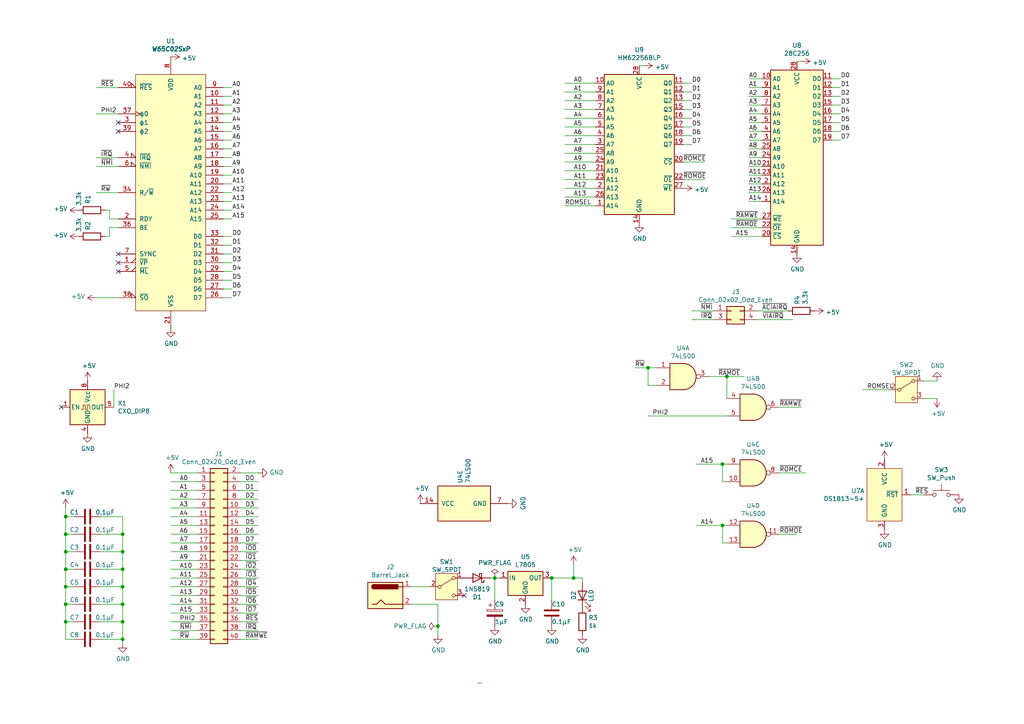
<source format=kicad_sch>
(kicad_sch (version 20230121) (generator eeschema)
  (paper "A4")
  (title_block (title "Minimal 6502 Computer Design") (date "2024-07-09") (rev "v0.1 "))
  (lib_symbols
    (symbol "6502-computer-rescue:CP-Device" (pin_numbers hide) (pin_names (offset 0.254))
      (property "Reference" "C" (at 0.635 2.54 0))
      (property "Value" "Device_CP" (at 0.635 -2.54 0))
      (symbol "CP-Device_1_1"
        (pin passive line (at 0 3.81 270) (length 2.794) (name "~") (number "1"))
        (pin passive line (at 0 -3.81 90) (length 2.794) (name "~") (number "2"))
      )
    )
    (symbol "65xx:W65C02SxP" (pin_names (offset 1.016))
      (property "Reference" "U" (at -10.16 35.56 0))
      (property "Value" "W65C02SxP" (at 0 0 90))
      (symbol "W65C02SxP_1_1"
        (pin output output_low (at -15.24 -20.32 0) (length 5.08) (name "~{VP}") (number "1"))
        (pin tri_state line (at 15.24 27.94 180) (length 5.08) (name "A1") (number "10"))
        (pin tri_state line (at 15.24 25.4 180) (length 5.08) (name "A2") (number "11"))
        (pin tri_state line (at 15.24 22.86 180) (length 5.08) (name "A3") (number "12"))
        (pin tri_state line (at 15.24 20.32 180) (length 5.08) (name "A4") (number "13"))
        (pin tri_state line (at 15.24 17.78 180) (length 5.08) (name "A5") (number "14"))
        (pin tri_state line (at 15.24 15.24 180) (length 5.08) (name "A6") (number "15"))
        (pin tri_state line (at 15.24 12.7 180) (length 5.08) (name "A7") (number "16"))
        (pin tri_state line (at 15.24 10.16 180) (length 5.08) (name "A8") (number "17"))
        (pin tri_state line (at 15.24 7.62 180) (length 5.08) (name "A9") (number "18"))
        (pin tri_state line (at 15.24 5.08 180) (length 5.08) (name "A10") (number "19"))
        (pin open_collector line (at -15.24 -7.62 0) (length 5.08) (name "RDY") (number "2"))
        (pin tri_state line (at 15.24 2.54 180) (length 5.08) (name "A11") (number "20"))
        (pin power_in line (at 0 -39.37 90) (length 5.08) (name "VSS") (number "21"))
        (pin tri_state line (at 15.24 0 180) (length 5.08) (name "A12") (number "22"))
        (pin tri_state line (at 15.24 -2.54 180) (length 5.08) (name "A13") (number "23"))
        (pin tri_state line (at 15.24 -5.08 180) (length 5.08) (name "A14") (number "24"))
        (pin tri_state line (at 15.24 -7.62 180) (length 5.08) (name "A15") (number "25"))
        (pin bidirectional line (at 15.24 -30.48 180) (length 5.08) (name "D7") (number "26"))
        (pin bidirectional line (at 15.24 -27.94 180) (length 5.08) (name "D6") (number "27"))
        (pin bidirectional line (at 15.24 -25.4 180) (length 5.08) (name "D5") (number "28"))
        (pin bidirectional line (at 15.24 -22.86 180) (length 5.08) (name "D4") (number "29"))
        (pin output line (at -15.24 20.32 0) (length 5.08) (name "ϕ1") (number "3"))
        (pin bidirectional line (at 15.24 -20.32 180) (length 5.08) (name "D3") (number "30"))
        (pin bidirectional line (at 15.24 -17.78 180) (length 5.08) (name "D2") (number "31"))
        (pin bidirectional line (at 15.24 -15.24 180) (length 5.08) (name "D1") (number "32"))
        (pin bidirectional line (at 15.24 -12.7 180) (length 5.08) (name "D0") (number "33"))
        (pin tri_state line (at -15.24 0 0) (length 5.08) (name "R/~{W}") (number "34"))
        (pin no_connect non_logic (at -10.16 -27.94 0) (length 2.54) hide (name "nc") (number "35"))
        (pin input line (at -15.24 -10.16 0) (length 5.08) (name "BE") (number "36"))
        (pin input clock (at -15.24 22.86 0) (length 5.08) (name "ϕ0") (number "37"))
        (pin input input_low (at -15.24 -30.48 0) (length 5.08) (name "~{SO}") (number "38"))
        (pin output line (at -15.24 17.78 0) (length 5.08) (name "ϕ2") (number "39"))
        (pin input input_low (at -15.24 10.16 0) (length 5.08) (name "~{IRQ}") (number "4"))
        (pin input input_low (at -15.24 30.48 0) (length 5.08) (name "~{RES}") (number "40"))
        (pin output output_low (at -15.24 -22.86 0) (length 5.08) (name "~{ML}") (number "5"))
        (pin input input_low (at -15.24 7.62 0) (length 5.08) (name "~{NMI}") (number "6"))
        (pin output line (at -15.24 -17.78 0) (length 5.08) (name "SYNC") (number "7"))
        (pin power_in line (at 0 39.37 270) (length 5.08) (name "VDD") (number "8"))
        (pin tri_state line (at 15.24 30.48 180) (length 5.08) (name "A0") (number "9"))
      )
    )
    (symbol "74xx:74LS00" (pin_names (offset 1.016))
      (property "Reference" "U" (at 0 1.27 0))
      (property "Value" "74LS00" (at 0 -1.27 0))
      (symbol "74LS00_1_1"
        (pin input line (at -7.62 2.54 0) (length 3.81) (name "~") (number "1"))
        (pin input line (at -7.62 -2.54 0) (length 3.81) (name "~") (number "2"))
        (pin output inverted (at 7.62 0 180) (length 3.81) (name "~") (number "3"))
      )
      (symbol "74LS00_1_2"
        (pin input inverted (at -7.62 2.54 0) (length 4.318) (name "~") (number "1"))
        (pin input inverted (at -7.62 -2.54 0) (length 4.318) (name "~") (number "2"))
        (pin output line (at 7.62 0 180) (length 3.81) (name "~") (number "3"))
      )
      (symbol "74LS00_2_1"
        (pin input line (at -7.62 2.54 0) (length 3.81) (name "~") (number "4"))
        (pin input line (at -7.62 -2.54 0) (length 3.81) (name "~") (number "5"))
        (pin output inverted (at 7.62 0 180) (length 3.81) (name "~") (number "6"))
      )
      (symbol "74LS00_2_2"
        (pin input inverted (at -7.62 2.54 0) (length 4.318) (name "~") (number "4"))
        (pin input inverted (at -7.62 -2.54 0) (length 4.318) (name "~") (number "5"))
        (pin output line (at 7.62 0 180) (length 3.81) (name "~") (number "6"))
      )
      (symbol "74LS00_3_1"
        (pin input line (at -7.62 -2.54 0) (length 3.81) (name "~") (number "10"))
        (pin output inverted (at 7.62 0 180) (length 3.81) (name "~") (number "8"))
        (pin input line (at -7.62 2.54 0) (length 3.81) (name "~") (number "9"))
      )
      (symbol "74LS00_3_2"
        (pin input inverted (at -7.62 -2.54 0) (length 4.318) (name "~") (number "10"))
        (pin output line (at 7.62 0 180) (length 3.81) (name "~") (number "8"))
        (pin input inverted (at -7.62 2.54 0) (length 4.318) (name "~") (number "9"))
      )
      (symbol "74LS00_4_1"
        (pin output inverted (at 7.62 0 180) (length 3.81) (name "~") (number "11"))
        (pin input line (at -7.62 2.54 0) (length 3.81) (name "~") (number "12"))
        (pin input line (at -7.62 -2.54 0) (length 3.81) (name "~") (number "13"))
      )
      (symbol "74LS00_4_2"
        (pin output line (at 7.62 0 180) (length 3.81) (name "~") (number "11"))
        (pin input inverted (at -7.62 2.54 0) (length 4.318) (name "~") (number "12"))
        (pin input inverted (at -7.62 -2.54 0) (length 4.318) (name "~") (number "13"))
      )
      (symbol "74LS00_5_0"
        (pin power_in line (at 0 12.7 270) (length 5.08) (name "VCC") (number "14"))
        (pin power_in line (at 0 -12.7 90) (length 5.08) (name "GND") (number "7"))
      )
    )
    (symbol "Connector:Barrel_Jack" (pin_names (offset 1.016))
      (property "Reference" "J" (at 0 5.334 0))
      (property "Value" "Barrel_Jack" (at 0 -5.08 0))
      (symbol "Barrel_Jack_1_1"
        (pin passive line (at 7.62 2.54 180) (length 2.54) (name "~") (number "1"))
        (pin passive line (at 7.62 -2.54 180) (length 2.54) (name "~") (number "2"))
      )
    )
    (symbol "Connector_Generic:Conn_02x02_Odd_Even" (pin_names (offset 1.016) hide)
      (property "Reference" "J" (at 1.27 2.54 0))
      (property "Value" "Conn_02x02_Odd_Even" (at 1.27 -5.08 0))
      (symbol "Conn_02x02_Odd_Even_1_1"
        (pin passive line (at -5.08 0 0) (length 3.81) (name "Pin_1") (number "1"))
        (pin passive line (at 7.62 0 180) (length 3.81) (name "Pin_2") (number "2"))
        (pin passive line (at -5.08 -2.54 0) (length 3.81) (name "Pin_3") (number "3"))
        (pin passive line (at 7.62 -2.54 180) (length 3.81) (name "Pin_4") (number "4"))
      )
    )
    (symbol "Connector_Generic:Conn_02x20_Odd_Even" (pin_names (offset 1.016) hide)
      (property "Reference" "J" (at 1.27 25.4 0))
      (property "Value" "Conn_02x20_Odd_Even" (at 1.27 -27.94 0))
      (symbol "Conn_02x20_Odd_Even_1_1"
        (pin passive line (at -5.08 22.86 0) (length 3.81) (name "Pin_1") (number "1"))
        (pin passive line (at 7.62 12.7 180) (length 3.81) (name "Pin_10") (number "10"))
        (pin passive line (at -5.08 10.16 0) (length 3.81) (name "Pin_11") (number "11"))
        (pin passive line (at 7.62 10.16 180) (length 3.81) (name "Pin_12") (number "12"))
        (pin passive line (at -5.08 7.62 0) (length 3.81) (name "Pin_13") (number "13"))
        (pin passive line (at 7.62 7.62 180) (length 3.81) (name "Pin_14") (number "14"))
        (pin passive line (at -5.08 5.08 0) (length 3.81) (name "Pin_15") (number "15"))
        (pin passive line (at 7.62 5.08 180) (length 3.81) (name "Pin_16") (number "16"))
        (pin passive line (at -5.08 2.54 0) (length 3.81) (name "Pin_17") (number "17"))
        (pin passive line (at 7.62 2.54 180) (length 3.81) (name "Pin_18") (number "18"))
        (pin passive line (at -5.08 0 0) (length 3.81) (name "Pin_19") (number "19"))
        (pin passive line (at 7.62 22.86 180) (length 3.81) (name "Pin_2") (number "2"))
        (pin passive line (at 7.62 0 180) (length 3.81) (name "Pin_20") (number "20"))
        (pin passive line (at -5.08 -2.54 0) (length 3.81) (name "Pin_21") (number "21"))
        (pin passive line (at 7.62 -2.54 180) (length 3.81) (name "Pin_22") (number "22"))
        (pin passive line (at -5.08 -5.08 0) (length 3.81) (name "Pin_23") (number "23"))
        (pin passive line (at 7.62 -5.08 180) (length 3.81) (name "Pin_24") (number "24"))
        (pin passive line (at -5.08 -7.62 0) (length 3.81) (name "Pin_25") (number "25"))
        (pin passive line (at 7.62 -7.62 180) (length 3.81) (name "Pin_26") (number "26"))
        (pin passive line (at -5.08 -10.16 0) (length 3.81) (name "Pin_27") (number "27"))
        (pin passive line (at 7.62 -10.16 180) (length 3.81) (name "Pin_28") (number "28"))
        (pin passive line (at -5.08 -12.7 0) (length 3.81) (name "Pin_29") (number "29"))
        (pin passive line (at -5.08 20.32 0) (length 3.81) (name "Pin_3") (number "3"))
        (pin passive line (at 7.62 -12.7 180) (length 3.81) (name "Pin_30") (number "30"))
        (pin passive line (at -5.08 -15.24 0) (length 3.81) (name "Pin_31") (number "31"))
        (pin passive line (at 7.62 -15.24 180) (length 3.81) (name "Pin_32") (number "32"))
        (pin passive line (at -5.08 -17.78 0) (length 3.81) (name "Pin_33") (number "33"))
        (pin passive line (at 7.62 -17.78 180) (length 3.81) (name "Pin_34") (number "34"))
        (pin passive line (at -5.08 -20.32 0) (length 3.81) (name "Pin_35") (number "35"))
        (pin passive line (at 7.62 -20.32 180) (length 3.81) (name "Pin_36") (number "36"))
        (pin passive line (at -5.08 -22.86 0) (length 3.81) (name "Pin_37") (number "37"))
        (pin passive line (at 7.62 -22.86 180) (length 3.81) (name "Pin_38") (number "38"))
        (pin passive line (at -5.08 -25.4 0) (length 3.81) (name "Pin_39") (number "39"))
        (pin passive line (at 7.62 20.32 180) (length 3.81) (name "Pin_4") (number "4"))
        (pin passive line (at 7.62 -25.4 180) (length 3.81) (name "Pin_40") (number "40"))
        (pin passive line (at -5.08 17.78 0) (length 3.81) (name "Pin_5") (number "5"))
        (pin passive line (at 7.62 17.78 180) (length 3.81) (name "Pin_6") (number "6"))
        (pin passive line (at -5.08 15.24 0) (length 3.81) (name "Pin_7") (number "7"))
        (pin passive line (at 7.62 15.24 180) (length 3.81) (name "Pin_8") (number "8"))
        (pin passive line (at -5.08 12.7 0) (length 3.81) (name "Pin_9") (number "9"))
      )
    )
    (symbol "Device:C" (pin_numbers hide) (pin_names (offset 0.254))
      (property "Reference" "C" (at 0.635 2.54 0))
      (property "Value" "C" (at 0.635 -2.54 0))
      (symbol "C_1_1"
        (pin passive line (at 0 3.81 270) (length 2.794) (name "~") (number "1"))
        (pin passive line (at 0 -3.81 90) (length 2.794) (name "~") (number "2"))
      )
    )
    (symbol "Device:LED" (pin_numbers hide) (pin_names (offset 1.016) hide)
      (property "Reference" "D" (at 0 2.54 0))
      (property "Value" "LED" (at 0 -2.54 0))
      (symbol "LED_1_1"
        (pin passive line (at -3.81 0 0) (length 2.54) (name "K") (number "1"))
        (pin passive line (at 3.81 0 180) (length 2.54) (name "A") (number "2"))
      )
    )
    (symbol "Device:R" (pin_numbers hide) (pin_names (offset 0))
      (property "Reference" "R" (at 2.032 0 90))
      (property "Value" "R" (at 0 0 90))
      (symbol "R_1_1"
        (pin passive line (at 0 3.81 270) (length 1.27) (name "~") (number "1"))
        (pin passive line (at 0 -3.81 90) (length 1.27) (name "~") (number "2"))
      )
    )
    (symbol "Diode:1N5819" (pin_numbers hide) (pin_names (offset 1.016) hide)
      (property "Reference" "D" (at 0 2.54 0))
      (property "Value" "1N5819" (at 0 -2.54 0))
      (symbol "1N5819_1_1"
        (pin passive line (at -3.81 0 0) (length 2.54) (name "K") (number "1"))
        (pin passive line (at 3.81 0 180) (length 2.54) (name "A") (number "2"))
      )
    )
    (symbol "Memory_EEPROM:28C256"
      (property "Reference" "U" (at -7.62 26.67 0))
      (property "Value" "28C256" (at 2.54 -26.67 0))
      (symbol "28C256_1_1"
        (pin input line (at -10.16 -12.7 0) (length 2.54) (name "A14") (number "1"))
        (pin input line (at -10.16 22.86 0) (length 2.54) (name "A0") (number "10"))
        (pin tri_state line (at 10.16 22.86 180) (length 2.54) (name "D0") (number "11"))
        (pin tri_state line (at 10.16 20.32 180) (length 2.54) (name "D1") (number "12"))
        (pin tri_state line (at 10.16 17.78 180) (length 2.54) (name "D2") (number "13"))
        (pin power_in line (at 0 -27.94 90) (length 2.54) (name "GND") (number "14"))
        (pin tri_state line (at 10.16 15.24 180) (length 2.54) (name "D3") (number "15"))
        (pin tri_state line (at 10.16 12.7 180) (length 2.54) (name "D4") (number "16"))
        (pin tri_state line (at 10.16 10.16 180) (length 2.54) (name "D5") (number "17"))
        (pin tri_state line (at 10.16 7.62 180) (length 2.54) (name "D6") (number "18"))
        (pin tri_state line (at 10.16 5.08 180) (length 2.54) (name "D7") (number "19"))
        (pin input line (at -10.16 -7.62 0) (length 2.54) (name "A12") (number "2"))
        (pin input line (at -10.16 -22.86 0) (length 2.54) (name "~{CS}") (number "20"))
        (pin input line (at -10.16 -2.54 0) (length 2.54) (name "A10") (number "21"))
        (pin input line (at -10.16 -20.32 0) (length 2.54) (name "~{OE}") (number "22"))
        (pin input line (at -10.16 -5.08 0) (length 2.54) (name "A11") (number "23"))
        (pin input line (at -10.16 0 0) (length 2.54) (name "A9") (number "24"))
        (pin input line (at -10.16 2.54 0) (length 2.54) (name "A8") (number "25"))
        (pin input line (at -10.16 -10.16 0) (length 2.54) (name "A13") (number "26"))
        (pin input line (at -10.16 -17.78 0) (length 2.54) (name "~{WE}") (number "27"))
        (pin power_in line (at 0 27.94 270) (length 2.54) (name "VCC") (number "28"))
        (pin input line (at -10.16 5.08 0) (length 2.54) (name "A7") (number "3"))
        (pin input line (at -10.16 7.62 0) (length 2.54) (name "A6") (number "4"))
        (pin input line (at -10.16 10.16 0) (length 2.54) (name "A5") (number "5"))
        (pin input line (at -10.16 12.7 0) (length 2.54) (name "A4") (number "6"))
        (pin input line (at -10.16 15.24 0) (length 2.54) (name "A3") (number "7"))
        (pin input line (at -10.16 17.78 0) (length 2.54) (name "A2") (number "8"))
        (pin input line (at -10.16 20.32 0) (length 2.54) (name "A1") (number "9"))
      )
    )
    (symbol "Memory_RAM:HM62256BLP"
      (property "Reference" "U" (at -10.16 20.955 0))
      (property "Value" "HM62256BLP" (at 2.54 20.955 0))
      (symbol "HM62256BLP_0_0"
        (pin power_in line (at 0 -22.86 90) (length 2.54) (name "GND") (number "14"))
        (pin power_in line (at 0 22.86 270) (length 2.54) (name "VCC") (number "28"))
      )
      (symbol "HM62256BLP_1_1"
        (pin input line (at -12.7 -17.78 0) (length 2.54) (name "A14") (number "1"))
        (pin input line (at -12.7 17.78 0) (length 2.54) (name "A0") (number "10"))
        (pin tri_state line (at 12.7 17.78 180) (length 2.54) (name "Q0") (number "11"))
        (pin tri_state line (at 12.7 15.24 180) (length 2.54) (name "Q1") (number "12"))
        (pin tri_state line (at 12.7 12.7 180) (length 2.54) (name "Q2") (number "13"))
        (pin tri_state line (at 12.7 10.16 180) (length 2.54) (name "Q3") (number "15"))
        (pin tri_state line (at 12.7 7.62 180) (length 2.54) (name "Q4") (number "16"))
        (pin tri_state line (at 12.7 5.08 180) (length 2.54) (name "Q5") (number "17"))
        (pin tri_state line (at 12.7 2.54 180) (length 2.54) (name "Q6") (number "18"))
        (pin tri_state line (at 12.7 0 180) (length 2.54) (name "Q7") (number "19"))
        (pin input line (at -12.7 -12.7 0) (length 2.54) (name "A12") (number "2"))
        (pin input line (at 12.7 -5.08 180) (length 2.54) (name "~{CS}") (number "20"))
        (pin input line (at -12.7 -7.62 0) (length 2.54) (name "A10") (number "21"))
        (pin input line (at 12.7 -10.16 180) (length 2.54) (name "~{OE}") (number "22"))
        (pin input line (at -12.7 -10.16 0) (length 2.54) (name "A11") (number "23"))
        (pin input line (at -12.7 -5.08 0) (length 2.54) (name "A9") (number "24"))
        (pin input line (at -12.7 -2.54 0) (length 2.54) (name "A8") (number "25"))
        (pin input line (at -12.7 -15.24 0) (length 2.54) (name "A13") (number "26"))
        (pin input line (at 12.7 -12.7 180) (length 2.54) (name "~{WE}") (number "27"))
        (pin input line (at -12.7 0 0) (length 2.54) (name "A7") (number "3"))
        (pin input line (at -12.7 2.54 0) (length 2.54) (name "A6") (number "4"))
        (pin input line (at -12.7 5.08 0) (length 2.54) (name "A5") (number "5"))
        (pin input line (at -12.7 7.62 0) (length 2.54) (name "A4") (number "6"))
        (pin input line (at -12.7 10.16 0) (length 2.54) (name "A3") (number "7"))
        (pin input line (at -12.7 12.7 0) (length 2.54) (name "A2") (number "8"))
        (pin input line (at -12.7 15.24 0) (length 2.54) (name "A1") (number "9"))
      )
    )
    (symbol "Oscillator:CXO_DIP8" (pin_names (offset 0.254))
      (property "Reference" "X" (at -5.08 6.35 0))
      (property "Value" "CXO_DIP8" (at 1.27 -6.35 0))
      (symbol "CXO_DIP8_1_1"
        (pin input line (at -7.62 0 0) (length 2.54) (name "EN") (number "1"))
        (pin power_in line (at 0 -7.62 90) (length 2.54) (name "GND") (number "4"))
        (pin output line (at 7.62 0 180) (length 2.54) (name "OUT") (number "5"))
        (pin power_in line (at 0 7.62 270) (length 2.54) (name "Vcc") (number "8"))
      )
    )
    (symbol "Regulator_Linear:L7805" (pin_names (offset 0.254))
      (property "Reference" "U" (at -3.81 3.175 0))
      (property "Value" "L7805" (at 0 3.175 0))
      (symbol "L7805_1_1"
        (pin power_in line (at -7.62 0 0) (length 2.54) (name "IN") (number "1"))
        (pin power_in line (at 0 -7.62 90) (length 2.54) (name "GND") (number "2"))
        (pin power_out line (at 7.62 0 180) (length 2.54) (name "OUT") (number "3"))
      )
    )
    (symbol "Switch:SW_Push" (pin_numbers hide) (pin_names (offset 1.016) hide)
      (property "Reference" "SW" (at 1.27 2.54 0))
      (property "Value" "SW_Push" (at 0 -1.524 0))
      (symbol "SW_Push_0_1"
        (pin passive line (at -5.08 0 0) (length 2.54) (name "1") (number "1"))
        (pin passive line (at 5.08 0 180) (length 2.54) (name "2") (number "2"))
      )
    )
    (symbol "Switch:SW_SPDT" (pin_names (offset 0) hide)
      (property "Reference" "SW" (at 0 5.08 0))
      (property "Value" "SW_SPDT" (at 0 -5.08 0))
      (symbol "SW_SPDT_1_1"
        (pin passive line (at 5.08 2.54 180) (length 2.54) (name "A") (number "1"))
        (pin passive line (at -5.08 0 0) (length 2.54) (name "B") (number "2"))
        (pin passive line (at 5.08 -2.54 180) (length 2.54) (name "C") (number "3"))
      )
    )
    (symbol "power:+5V" (power) (pin_names (offset 0))
      (property "Value" "+5V" (at 0 3.556 0))
      (symbol "+5V_1_1"
        (pin power_in line (at 0 0 90) (length 0) hide (name "+5V") (number "1"))
      )
    )
    (symbol "power:GND" (power) (pin_names (offset 0))
      (property "Value" "GND" (at 0 -3.81 0))
      (symbol "GND_1_1"
        (pin power_in line (at 0 0 270) (length 0) hide (name "GND") (number "1"))
      )
    )
    (symbol "power:PWR_FLAG" (power) (pin_numbers hide) (pin_names (offset 0) hide)
      (property "Value" "PWR_FLAG" (at 0 3.81 0))
      (symbol "PWR_FLAG_0_0"
        (pin power_out line (at 0 0 90) (length 0) (name "pwr") (number "1"))
      )
    )
    (symbol "project:DS1813-5+" (pin_names (offset 1.016))
      (property "Reference" "U" (at 0 2.54 0))
      (property "Value" "DS1813-5+" (at 0 0 0))
      (symbol "DS1813-5+_1_1"
        (pin bidirectional line (at 7.62 -15.24 180) (length 2.54) (name "~{RST}") (number "1"))
        (pin power_in line (at 0 -5.08 270) (length 2.54) (name "VCC") (number "2"))
        (pin power_in line (at 0 -25.4 90) (length 2.54) (name "GND") (number "3"))
      )
      (symbol "DS1813-5+_2_1"
        (pin bidirectional line (at 7.62 -15.24 0) (length 2.54) (name "~{RST}") (number "1-UB"))
        (pin unspecified line (at 0 -25.4 0) (length 2.54) (name "GND") (number "~{-UB}"))
        (pin power_in line (at 0 -5.08 0) (length 2.54) (name "VCC") (number "~{-UB}"))
      )
      (symbol "DS1813-5+_3_1"
        (pin bidirectional line (at 7.62 -15.24 0) (length 2.54) (name "~{RST}") (number "1-UC"))
        (pin unspecified line (at 0 -25.4 0) (length 2.54) (name "GND") (number "~{-UC}"))
        (pin power_in line (at 0 -5.08 0) (length 2.54) (name "VCC") (number "~{-UC}"))
      )
    )
  )
  (junction (at 35.56 170.18))
  (junction (at 19.05 149.86))
  (junction (at 19.05 154.94))
  (junction (at 143.51 167.64))
  (junction (at 209.55 152.4))
  (junction (at 209.55 134.62))
  (junction (at 35.56 160.02))
  (junction (at 210.82 109.22))
  (junction (at 35.56 175.26))
  (junction (at 35.56 185.42))
  (junction (at 35.56 180.34))
  (junction (at 19.05 180.34))
  (junction (at 35.56 165.1))
  (junction (at 187.96 106.68))
  (junction (at 19.05 175.26))
  (junction (at 35.56 154.94))
  (junction (at 127 181.61))
  (junction (at 19.05 165.1))
  (junction (at 166.37 167.64))
  (junction (at 19.05 160.02))
  (junction (at 160.02 167.64))
  (junction (at 19.05 170.18))
  (no_connect (at 34.29 76.2))
  (no_connect (at 34.29 38.1))
  (no_connect (at 134.62 172.72))
  (no_connect (at 34.29 35.56))
  (no_connect (at 17.78 118.11))
  (no_connect (at 34.29 78.74))
  (no_connect (at 34.29 73.66))
  (wire (pts (xy 49.53 185.42) (xy 57.15 185.42)))
  (wire (pts (xy 69.85 152.4) (xy 74.93 152.4)))
  (wire (pts (xy 64.77 86.36) (xy 67.31 86.36)))
  (wire (pts (xy 35.56 170.18) (xy 35.56 175.26)))
  (wire (pts (xy 241.3 27.94) (xy 243.84 27.94)))
  (wire (pts (xy 35.56 154.94) (xy 35.56 160.02)))
  (wire (pts (xy 267.97 115.57) (xy 271.78 115.57)))
  (wire (pts (xy 19.05 154.94) (xy 21.59 154.94)))
  (wire (pts (xy 127 175.26) (xy 127 181.61)))
  (wire (pts (xy 160.02 167.64) (xy 166.37 167.64)))
  (wire (pts (xy 64.77 68.58) (xy 67.31 68.58)))
  (wire (pts (xy 163.83 24.13) (xy 172.72 24.13)))
  (wire (pts (xy 64.77 33.02) (xy 67.31 33.02)))
  (wire (pts (xy 69.85 142.24) (xy 74.93 142.24)))
  (wire (pts (xy 241.3 25.4) (xy 243.84 25.4)))
  (wire (pts (xy 163.83 41.91) (xy 172.72 41.91)))
  (wire (pts (xy 69.85 172.72) (xy 74.93 172.72)))
  (wire (pts (xy 205.74 109.22) (xy 210.82 109.22)))
  (wire (pts (xy 19.05 170.18) (xy 19.05 175.26)))
  (wire (pts (xy 201.93 134.62) (xy 209.55 134.62)))
  (wire (pts (xy 241.3 30.48) (xy 243.84 30.48)))
  (wire (pts (xy 49.53 167.64) (xy 57.15 167.64)))
  (wire (pts (xy 198.12 26.67) (xy 200.66 26.67)))
  (wire (pts (xy 19.05 147.32) (xy 19.05 149.86)))
  (wire (pts (xy 200.66 92.71) (xy 207.01 92.71)))
  (wire (pts (xy 49.53 182.88) (xy 57.15 182.88)))
  (wire (pts (xy 163.83 29.21) (xy 172.72 29.21)))
  (wire (pts (xy 49.53 154.94) (xy 57.15 154.94)))
  (wire (pts (xy 69.85 177.8) (xy 74.93 177.8)))
  (wire (pts (xy 217.17 22.86) (xy 220.98 22.86)))
  (wire (pts (xy 119.38 175.26) (xy 127 175.26)))
  (wire (pts (xy 186.69 19.05) (xy 185.42 19.05)))
  (wire (pts (xy 198.12 36.83) (xy 200.66 36.83)))
  (wire (pts (xy 143.51 167.64) (xy 144.78 167.64)))
  (wire (pts (xy 19.05 175.26) (xy 21.59 175.26)))
  (wire (pts (xy 226.06 137.16) (xy 233.68 137.16)))
  (wire (pts (xy 64.77 71.12) (xy 67.31 71.12)))
  (wire (pts (xy 19.05 175.26) (xy 19.05 180.34)))
  (wire (pts (xy 29.21 170.18) (xy 35.56 170.18)))
  (wire (pts (xy 49.53 177.8) (xy 57.15 177.8)))
  (wire (pts (xy 64.77 53.34) (xy 67.31 53.34)))
  (wire (pts (xy 267.97 110.49) (xy 271.78 110.49)))
  (wire (pts (xy 200.66 90.17) (xy 207.01 90.17)))
  (wire (pts (xy 35.56 160.02) (xy 35.56 165.1)))
  (wire (pts (xy 49.53 162.56) (xy 57.15 162.56)))
  (wire (pts (xy 30.48 60.96) (xy 31.75 60.96)))
  (wire (pts (xy 19.05 165.1) (xy 21.59 165.1)))
  (wire (pts (xy 163.83 39.37) (xy 172.72 39.37)))
  (wire (pts (xy 19.05 154.94) (xy 19.05 160.02)))
  (wire (pts (xy 198.12 46.99) (xy 204.47 46.99)))
  (wire (pts (xy 27.94 45.72) (xy 34.29 45.72)))
  (wire (pts (xy 64.77 45.72) (xy 67.31 45.72)))
  (wire (pts (xy 209.55 139.7) (xy 210.82 139.7)))
  (wire (pts (xy 29.21 149.86) (xy 35.56 149.86)))
  (wire (pts (xy 30.48 68.58) (xy 31.75 68.58)))
  (wire (pts (xy 19.05 165.1) (xy 19.05 170.18)))
  (wire (pts (xy 64.77 60.96) (xy 67.31 60.96)))
  (wire (pts (xy 226.06 118.11) (xy 232.41 118.11)))
  (wire (pts (xy 69.85 165.1) (xy 74.93 165.1)))
  (wire (pts (xy 35.56 175.26) (xy 35.56 180.34)))
  (wire (pts (xy 69.85 162.56) (xy 74.93 162.56)))
  (wire (pts (xy 29.21 165.1) (xy 35.56 165.1)))
  (wire (pts (xy 217.17 35.56) (xy 220.98 35.56)))
  (wire (pts (xy 49.53 142.24) (xy 57.15 142.24)))
  (wire (pts (xy 49.53 172.72) (xy 57.15 172.72)))
  (wire (pts (xy 69.85 175.26) (xy 74.93 175.26)))
  (wire (pts (xy 49.53 147.32) (xy 57.15 147.32)))
  (wire (pts (xy 209.55 134.62) (xy 210.82 134.62)))
  (wire (pts (xy 217.17 45.72) (xy 220.98 45.72)))
  (wire (pts (xy 217.17 53.34) (xy 220.98 53.34)))
  (wire (pts (xy 69.85 180.34) (xy 74.93 180.34)))
  (wire (pts (xy 19.05 160.02) (xy 19.05 165.1)))
  (wire (pts (xy 64.77 30.48) (xy 67.31 30.48)))
  (wire (pts (xy 64.77 76.2) (xy 67.31 76.2)))
  (wire (pts (xy 190.5 111.76) (xy 187.96 111.76)))
  (wire (pts (xy 212.09 68.58) (xy 220.98 68.58)))
  (wire (pts (xy 166.37 167.64) (xy 166.37 163.83)))
  (wire (pts (xy 217.17 27.94) (xy 220.98 27.94)))
  (wire (pts (xy 35.56 165.1) (xy 35.56 170.18)))
  (wire (pts (xy 163.83 52.07) (xy 172.72 52.07)))
  (wire (pts (xy 64.77 55.88) (xy 67.31 55.88)))
  (wire (pts (xy 69.85 149.86) (xy 74.93 149.86)))
  (wire (pts (xy 198.12 24.13) (xy 200.66 24.13)))
  (wire (pts (xy 241.3 40.64) (xy 243.84 40.64)))
  (wire (pts (xy 166.37 167.64) (xy 168.91 167.64)))
  (wire (pts (xy 209.55 157.48) (xy 210.82 157.48)))
  (wire (pts (xy 209.55 134.62) (xy 209.55 139.7)))
  (wire (pts (xy 163.83 54.61) (xy 172.72 54.61)))
  (wire (pts (xy 69.85 157.48) (xy 74.93 157.48)))
  (wire (pts (xy 34.29 63.5) (xy 31.75 63.5)))
  (wire (pts (xy 187.96 111.76) (xy 187.96 106.68)))
  (wire (pts (xy 49.53 165.1) (xy 57.15 165.1)))
  (wire (pts (xy 210.82 120.65) (xy 187.96 120.65)))
  (wire (pts (xy 217.17 50.8) (xy 220.98 50.8)))
  (wire (pts (xy 198.12 52.07) (xy 204.47 52.07)))
  (wire (pts (xy 64.77 58.42) (xy 67.31 58.42)))
  (wire (pts (xy 69.85 139.7) (xy 74.93 139.7)))
  (wire (pts (xy 29.21 175.26) (xy 35.56 175.26)))
  (wire (pts (xy 35.56 180.34) (xy 35.56 185.42)))
  (wire (pts (xy 212.09 63.5) (xy 220.98 63.5)))
  (wire (pts (xy 64.77 25.4) (xy 67.31 25.4)))
  (wire (pts (xy 210.82 109.22) (xy 215.9 109.22)))
  (wire (pts (xy 212.09 66.04) (xy 220.98 66.04)))
  (wire (pts (xy 33.02 118.11) (xy 33.02 113.03)))
  (wire (pts (xy 64.77 81.28) (xy 67.31 81.28)))
  (wire (pts (xy 119.38 170.18) (xy 124.46 170.18)))
  (wire (pts (xy 27.94 25.4) (xy 34.29 25.4)))
  (wire (pts (xy 168.91 167.64) (xy 168.91 168.91)))
  (wire (pts (xy 217.17 48.26) (xy 220.98 48.26)))
  (wire (pts (xy 127 181.61) (xy 127 184.15)))
  (wire (pts (xy 49.53 144.78) (xy 57.15 144.78)))
  (wire (pts (xy 29.21 154.94) (xy 35.56 154.94)))
  (wire (pts (xy 69.85 144.78) (xy 74.93 144.78)))
  (wire (pts (xy 210.82 109.22) (xy 210.82 115.57)))
  (wire (pts (xy 198.12 39.37) (xy 200.66 39.37)))
  (wire (pts (xy 217.17 58.42) (xy 220.98 58.42)))
  (wire (pts (xy 64.77 40.64) (xy 67.31 40.64)))
  (wire (pts (xy 264.16 143.51) (xy 267.97 143.51)))
  (wire (pts (xy 217.17 43.18) (xy 220.98 43.18)))
  (wire (pts (xy 69.85 154.94) (xy 74.93 154.94)))
  (wire (pts (xy 163.83 26.67) (xy 172.72 26.67)))
  (wire (pts (xy 64.77 78.74) (xy 67.31 78.74)))
  (wire (pts (xy 198.12 34.29) (xy 200.66 34.29)))
  (wire (pts (xy 163.83 34.29) (xy 172.72 34.29)))
  (wire (pts (xy 198.12 29.21) (xy 200.66 29.21)))
  (wire (pts (xy 64.77 27.94) (xy 67.31 27.94)))
  (wire (pts (xy 142.24 167.64) (xy 143.51 167.64)))
  (wire (pts (xy 64.77 43.18) (xy 67.31 43.18)))
  (wire (pts (xy 69.85 147.32) (xy 74.93 147.32)))
  (wire (pts (xy 198.12 31.75) (xy 200.66 31.75)))
  (wire (pts (xy 163.83 31.75) (xy 172.72 31.75)))
  (wire (pts (xy 29.21 160.02) (xy 35.56 160.02)))
  (wire (pts (xy 49.53 170.18) (xy 57.15 170.18)))
  (wire (pts (xy 241.3 35.56) (xy 243.84 35.56)))
  (wire (pts (xy 241.3 38.1) (xy 243.84 38.1)))
  (wire (pts (xy 190.5 106.68) (xy 187.96 106.68)))
  (wire (pts (xy 19.05 149.86) (xy 19.05 154.94)))
  (wire (pts (xy 64.77 83.82) (xy 67.31 83.82)))
  (wire (pts (xy 27.94 86.36) (xy 34.29 86.36)))
  (wire (pts (xy 64.77 38.1) (xy 67.31 38.1)))
  (wire (pts (xy 163.83 46.99) (xy 172.72 46.99)))
  (wire (pts (xy 64.77 63.5) (xy 67.31 63.5)))
  (wire (pts (xy 201.93 152.4) (xy 209.55 152.4)))
  (wire (pts (xy 226.06 154.94) (xy 231.14 154.94)))
  (wire (pts (xy 69.85 137.16) (xy 74.93 137.16)))
  (wire (pts (xy 217.17 38.1) (xy 220.98 38.1)))
  (wire (pts (xy 49.53 157.48) (xy 57.15 157.48)))
  (wire (pts (xy 29.21 185.42) (xy 35.56 185.42)))
  (wire (pts (xy 49.53 139.7) (xy 57.15 139.7)))
  (wire (pts (xy 241.3 22.86) (xy 243.84 22.86)))
  (wire (pts (xy 69.85 160.02) (xy 74.93 160.02)))
  (wire (pts (xy 49.53 160.02) (xy 57.15 160.02)))
  (wire (pts (xy 31.75 60.96) (xy 31.75 63.5)))
  (wire (pts (xy 209.55 152.4) (xy 209.55 157.48)))
  (wire (pts (xy 69.85 182.88) (xy 74.93 182.88)))
  (wire (pts (xy 49.53 180.34) (xy 57.15 180.34)))
  (wire (pts (xy 163.83 44.45) (xy 172.72 44.45)))
  (wire (pts (xy 219.71 92.71) (xy 229.87 92.71)))
  (wire (pts (xy 217.17 40.64) (xy 220.98 40.64)))
  (wire (pts (xy 19.05 185.42) (xy 21.59 185.42)))
  (wire (pts (xy 27.94 48.26) (xy 34.29 48.26)))
  (wire (pts (xy 19.05 180.34) (xy 19.05 185.42)))
  (wire (pts (xy 34.29 66.04) (xy 31.75 66.04)))
  (wire (pts (xy 19.05 160.02) (xy 21.59 160.02)))
  (wire (pts (xy 27.94 33.02) (xy 34.29 33.02)))
  (wire (pts (xy 29.21 180.34) (xy 35.56 180.34)))
  (wire (pts (xy 198.12 41.91) (xy 200.66 41.91)))
  (wire (pts (xy 49.53 149.86) (xy 57.15 149.86)))
  (wire (pts (xy 187.96 106.68) (xy 184.15 106.68)))
  (wire (pts (xy 35.56 185.42) (xy 35.56 186.69)))
  (wire (pts (xy 217.17 55.88) (xy 220.98 55.88)))
  (wire (pts (xy 19.05 170.18) (xy 21.59 170.18)))
  (wire (pts (xy 163.83 57.15) (xy 172.72 57.15)))
  (wire (pts (xy 31.75 68.58) (xy 31.75 66.04)))
  (wire (pts (xy 19.05 149.86) (xy 21.59 149.86)))
  (wire (pts (xy 34.29 55.88) (xy 27.94 55.88)))
  (wire (pts (xy 35.56 149.86) (xy 35.56 154.94)))
  (wire (pts (xy 160.02 167.64) (xy 160.02 173.99)))
  (wire (pts (xy 49.53 137.16) (xy 57.15 137.16)))
  (wire (pts (xy 69.85 167.64) (xy 74.93 167.64)))
  (wire (pts (xy 69.85 185.42) (xy 74.93 185.42)))
  (wire (pts (xy 209.55 152.4) (xy 210.82 152.4)))
  (wire (pts (xy 217.17 25.4) (xy 220.98 25.4)))
  (wire (pts (xy 64.77 73.66) (xy 67.31 73.66)))
  (wire (pts (xy 69.85 170.18) (xy 74.93 170.18)))
  (wire (pts (xy 217.17 30.48) (xy 220.98 30.48)))
  (wire (pts (xy 241.3 33.02) (xy 243.84 33.02)))
  (wire (pts (xy 257.81 113.03) (xy 250.19 113.03)))
  (wire (pts (xy 163.83 59.69) (xy 172.72 59.69)))
  (wire (pts (xy 64.77 50.8) (xy 67.31 50.8)))
  (wire (pts (xy 19.05 180.34) (xy 21.59 180.34)))
  (wire (pts (xy 64.77 35.56) (xy 67.31 35.56)))
  (wire (pts (xy 219.71 90.17) (xy 228.6 90.17)))
  (wire (pts (xy 49.53 152.4) (xy 57.15 152.4)))
  (wire (pts (xy 232.41 17.78) (xy 231.14 17.78)))
  (wire (pts (xy 143.51 167.64) (xy 143.51 173.99)))
  (wire (pts (xy 163.83 36.83) (xy 172.72 36.83)))
  (wire (pts (xy 163.83 49.53) (xy 172.72 49.53)))
  (wire (pts (xy 49.53 175.26) (xy 57.15 175.26)))
  (wire (pts (xy 217.17 33.02) (xy 220.98 33.02)))
  (wire (pts (xy 138.43 198.12) (xy 139.7 198.12)))
  (wire (pts (xy 64.77 48.26) (xy 67.31 48.26)))
  (label "A10" (at 52.07 165.1 0))
  (label "A6" (at 67.31 40.64 0))
  (label "A7" (at 52.07 157.48 0))
  (label "~{RW}" (at 52.07 185.42 0))
  (label "A1" (at 52.07 142.24 0))
  (label "D7" (at 243.84 40.64 0))
  (label "A3" (at 166.37 31.75 0))
  (label "~{RAMOE}" (at 208.28 109.22 0))
  (label "~{RAMWE}" (at 226.06 118.11 0))
  (label "D1" (at 71.12 142.24 0))
  (label "A4" (at 67.31 35.56 0))
  (label "ROMSEL" (at 251.46 113.03 0))
  (label "~{RW}" (at 29.21 55.88 0))
  (label "D2" (at 200.66 29.21 0))
  (label "~{ROMCE}" (at 198.12 46.99 0))
  (label "A9" (at 67.31 48.26 0))
  (label "ROMSEL" (at 163.83 59.69 0))
  (label "A14" (at 52.07 175.26 0))
  (label "~{ROMOE}" (at 198.12 52.07 0))
  (label "A3" (at 52.07 147.32 0))
  (label "D3" (at 67.31 76.2 0))
  (label "D7" (at 200.66 41.91 0))
  (label "~{RES}" (at 29.21 25.4 0))
  (label "D3" (at 71.12 147.32 0))
  (label "A11" (at 217.17 50.8 0))
  (label "D6" (at 200.66 39.37 0))
  (label "~{IO4}" (at 71.12 170.18 0))
  (label "A8" (at 52.07 160.02 0))
  (label "PHI2" (at 33.02 113.03 0))
  (label "D5" (at 200.66 36.83 0))
  (label "A7" (at 67.31 43.18 0))
  (label "D5" (at 67.31 81.28 0))
  (label "A2" (at 217.17 27.94 0))
  (label "D4" (at 71.12 149.86 0))
  (label "A15" (at 52.07 177.8 0))
  (label "A1" (at 217.17 25.4 0))
  (label "A9" (at 166.37 46.99 0))
  (label "A4" (at 52.07 149.86 0))
  (label "D3" (at 243.84 30.48 0))
  (label "A1" (at 67.31 27.94 0))
  (label "A13" (at 166.37 57.15 0))
  (label "D1" (at 67.31 71.12 0))
  (label "A4" (at 217.17 33.02 0))
  (label "D7" (at 67.31 86.36 0))
  (label "D1" (at 243.84 25.4 0))
  (label "A8" (at 217.17 43.18 0))
  (label "A11" (at 52.07 167.64 0))
  (label "A15" (at 67.31 63.5 0))
  (label "D3" (at 200.66 31.75 0))
  (label "A6" (at 166.37 39.37 0))
  (label "A14" (at 203.2 152.4 0))
  (label "D4" (at 200.66 34.29 0))
  (label "D7" (at 71.12 157.48 0))
  (label "D0" (at 243.84 22.86 0))
  (label "A5" (at 52.07 152.4 0))
  (label "A10" (at 67.31 50.8 0))
  (label "~{VIAIRQ}" (at 227.33 92.71 180))
  (label "PHI2" (at 52.07 180.34 0))
  (label "A8" (at 67.31 45.72 0))
  (label "~{IRQ}" (at 203.2 92.71 0))
  (label "~{IRQ}" (at 29.21 45.72 0))
  (label "A6" (at 217.17 38.1 0))
  (label "~{IO6}" (at 71.12 175.26 0))
  (label "A5" (at 166.37 36.83 0))
  (label "D4" (at 67.31 78.74 0))
  (label "A13" (at 52.07 172.72 0))
  (label "A0" (at 166.37 24.13 0))
  (label "A0" (at 217.17 22.86 0))
  (label "~{IO1}" (at 71.12 162.56 0))
  (label "~{RES}" (at 265.43 143.51 0))
  (label "A9" (at 52.07 162.56 0))
  (label "~{IO5}" (at 71.12 172.72 0))
  (label "A5" (at 217.17 35.56 0))
  (label "~{RAMOE}" (at 213.36 66.04 0))
  (label "A9" (at 217.17 45.72 0))
  (label "D1" (at 200.66 26.67 0))
  (label "D6" (at 243.84 38.1 0))
  (label "~{ROMOE}" (at 226.06 154.94 0))
  (label "A0" (at 67.31 25.4 0))
  (label "A8" (at 166.37 44.45 0))
  (label "A15" (at 203.2 134.62 0))
  (label "PHI2" (at 29.21 33.02 0))
  (label "D0" (at 71.12 139.7 0))
  (label "~{NMI}" (at 203.2 90.17 0))
  (label "A7" (at 166.37 41.91 0))
  (label "~{IO2}" (at 71.12 165.1 0))
  (label "A2" (at 166.37 29.21 0))
  (label "A10" (at 217.17 48.26 0))
  (label "~{NMI}" (at 52.07 182.88 0))
  (label "~{IO0}" (at 71.12 160.02 0))
  (label "D0" (at 200.66 24.13 0))
  (label "A5" (at 67.31 38.1 0))
  (label "D2" (at 71.12 144.78 0))
  (label "A2" (at 52.07 144.78 0))
  (label "A1" (at 166.37 26.67 0))
  (label "A11" (at 67.31 53.34 0))
  (label "~{RES}" (at 71.12 180.34 0))
  (label "A2" (at 67.31 30.48 0))
  (label "PHI2" (at 189.23 120.65 0))
  (label "A13" (at 67.31 58.42 0))
  (label "A11" (at 166.37 52.07 0))
  (label "~{NMI}" (at 29.21 48.26 0))
  (label "A7" (at 217.17 40.64 0))
  (label "A0" (at 52.07 139.7 0))
  (label "A3" (at 217.17 30.48 0))
  (label "~{RAMWE}" (at 71.12 185.42 0))
  (label "D5" (at 243.84 35.56 0))
  (label "A14" (at 67.31 60.96 0))
  (label "~{RAMWE}" (at 213.36 63.5 0))
  (label "D0" (at 67.31 68.58 0))
  (label "A15" (at 213.36 68.58 0))
  (label "A12" (at 67.31 55.88 0))
  (label "D2" (at 243.84 27.94 0))
  (label "A3" (at 67.31 33.02 0))
  (label "D6" (at 67.31 83.82 0))
  (label "A10" (at 166.37 49.53 0))
  (label "A6" (at 52.07 154.94 0))
  (label "~{IRQ}" (at 71.12 182.88 0))
  (label "D6" (at 71.12 154.94 0))
  (label "A13" (at 217.17 55.88 0))
  (label "D5" (at 71.12 152.4 0))
  (label "~{ACIAIRQ}" (at 220.98 90.17 0))
  (label "~{ROMCE}" (at 226.06 137.16 0))
  (label "~{IO3}" (at 71.12 167.64 0))
  (label "A14" (at 217.17 58.42 0))
  (label "~{IO7}" (at 71.12 177.8 0))
  (label "~{RW}" (at 184.15 106.68 0))
  (label "A12" (at 217.17 53.34 0))
  (label "A4" (at 166.37 34.29 0))
  (label "D2" (at 67.31 73.66 0))
  (label "A12" (at 166.37 54.61 0))
  (label "A12" (at 52.07 170.18 0))
  (label "D4" (at 243.84 33.02 0))
  (symbol (lib_id "Device:LED") (at 168.91 172.72 90) (unit 1)
    (property "Reference" "D2" (at 166.37 172.72 0))
    (property "Value" "LED" (at 171.45 172.72 0))
    (property "Footprint" "LED_THT:LED_D5.0mm" (effects hide))
  )
  (symbol (lib_id "power:+5V") (at 49.53 16.51 270) (unit 1)
    (property "Reference" "#PWR08" (effects hide))
    (property "Value" "+5V" (at 52.7812 16.891 90) (effects (justify left)))
  )
  (symbol (lib_id "Device:C") (at 25.4 149.86 270) (unit 1)
    (property "Reference" "C1" (at 21.59 148.59 90))
    (property "Value" "0.1µF" (at 30.48 148.59 90))
    (property "Footprint" "Capacitor_THT:C_Disc_D5.0mm_W2.5mm_P2.50mm" (effects hide))
  )
  (symbol (lib_id "Connector:Barrel_Jack") (at 111.76 172.72 0) (unit 1)
    (property "Reference" "J2" (at 113.2078 164.465 0))
    (property "Value" "Barrel_Jack" (at 113.2078 166.7764 0))
    (property "Footprint" "Connector_BarrelJack:BarrelJack_Horizontal" (effects hide))
  )
  (symbol (lib_id "power:+5V") (at 236.22 90.17 270) (unit 1)
    (property "Reference" "#PWR036" (effects hide))
    (property "Value" "+5V" (at 239.4712 90.551 90) (effects (justify left)))
  )
  (symbol (lib_id "power:+5V") (at 49.53 137.16 0) (unit 1)
    (property "Reference" "#PWR010" (effects hide))
    (property "Value" "+5V" (at 49.911 132.7658 0))
  )
  (symbol (lib_id "power:GND") (at 168.91 184.15 0) (unit 1)
    (property "Reference" "#PWR027" (effects hide))
    (property "Value" "GND" (at 169.037 188.5442 0))
  )
  (symbol (lib_id "power:GND") (at 231.14 73.66 0) (unit 1)
    (property "Reference" "#PWR034" (effects hide))
    (property "Value" "GND" (at 231.267 78.0542 0))
  )
  (symbol (lib_id "Memory_RAM:HM62256BLP") (at 185.42 41.91 0) (unit 1)
    (property "Reference" "U9" (at 185.42 14.4526 0))
    (property "Value" "HM62256BLP" (at 185.42 16.764 0))
    (property "Footprint" "Package_DIP:DIP-28_W15.24mm_Socket" (effects hide))
    (property "Datasheet" "https://web.mit.edu/6.115/www/document/62256.pdf" (effects hide))
  )
  (symbol (lib_id "power:GND") (at 143.51 181.61 0) (unit 1)
    (property "Reference" "#PWR019" (effects hide))
    (property "Value" "GND" (at 143.637 186.0042 0))
  )
  (symbol (lib_id "Device:R") (at 232.41 90.17 270) (unit 1)
    (property "Reference" "R4" (at 231.2416 88.392 0) (effects (justify right)))
    (property "Value" "3.3k" (at 233.553 88.392 0) (effects (justify right)))
    (property "Footprint" "Resistor_THT:R_Axial_DIN0207_L6.3mm_D2.5mm_P10.16mm_Horizontal" (effects hide))
  )
  (symbol (lib_id "Device:R") (at 26.67 68.58 90) (unit 1)
    (property "Reference" "R2" (at 25.5016 66.802 0) (effects (justify left)))
    (property "Value" "3.3k" (at 22.86 67.31 0) (effects (justify left)))
    (property "Footprint" "Resistor_THT:R_Axial_DIN0207_L6.3mm_D2.5mm_P10.16mm_Horizontal" (effects hide))
  )
  (symbol (lib_id "6502-computer-rescue:CP-Device") (at 143.51 177.8 0) (unit 1)
    (property "Reference" "C9" (at 143.51 175.26 0) (effects (justify left)))
    (property "Value" "1µF" (at 143.51 180.34 0) (effects (justify left)))
    (property "Footprint" "Capacitor_THT:C_Radial_D4.0mm_H7.0mm_P1.50mm" (effects hide))
  )
  (symbol (lib_id "power:+5V") (at 232.41 17.78 270) (unit 1)
    (property "Reference" "#PWR033" (effects hide))
    (property "Value" "+5V" (at 235.6612 18.161 90) (effects (justify left)))
  )
  (symbol (lib_id "power:PWR_FLAG") (at 143.51 167.64 0) (unit 1)
    (property "Reference" "#FLG02" (effects hide))
    (property "Value" "PWR_FLAG" (at 143.51 163.2458 0))
  )
  (symbol (lib_id "Device:R") (at 26.67 60.96 90) (unit 1)
    (property "Reference" "R1" (at 25.5016 59.182 0) (effects (justify left)))
    (property "Value" "3.3k" (at 22.86 59.69 0) (effects (justify left)))
    (property "Footprint" "Resistor_THT:R_Axial_DIN0207_L6.3mm_D2.5mm_P10.16mm_Horizontal" (effects hide))
  )
  (symbol (lib_id "power:+5V") (at 256.54 133.35 0) (unit 1)
    (property "Reference" "#PWR029" (effects hide))
    (property "Value" "+5V" (at 256.921 128.9558 0))
  )
  (symbol (lib_id "power:GND") (at 127 184.15 0) (unit 1)
    (property "Reference" "#PWR018" (effects hide))
    (property "Value" "GND" (at 127.127 188.5442 0))
  )
  (symbol (lib_id "Device:C") (at 25.4 180.34 270) (unit 1)
    (property "Reference" "C7" (at 21.59 179.07 90))
    (property "Value" "0.1µF" (at 30.48 179.07 90))
    (property "Footprint" "Capacitor_THT:C_Disc_D5.0mm_W2.5mm_P2.50mm" (effects hide))
  )
  (symbol (lib_id "Device:C") (at 25.4 154.94 270) (unit 1)
    (property "Reference" "C2" (at 21.59 153.67 90))
    (property "Value" "0.1µF" (at 30.48 153.67 90))
    (property "Footprint" "Capacitor_THT:C_Disc_D5.0mm_W2.5mm_P2.50mm" (effects hide))
  )
  (symbol (lib_id "74xx:74LS00") (at 198.12 109.22 0) (unit 1)
    (property "Reference" "U4" (at 198.12 100.965 0))
    (property "Value" "74LS00" (at 198.12 103.2764 0))
    (property "Footprint" "Package_DIP:DIP-14_W7.62mm_Socket" (effects hide))
    (property "Datasheet" "http://www.ti.com/lit/gpn/sn74ls00" (effects hide))
  )
  (symbol (lib_id "Device:C") (at 25.4 175.26 270) (unit 1)
    (property "Reference" "C6" (at 21.59 173.99 90))
    (property "Value" "0.1µF" (at 30.48 173.99 90))
    (property "Footprint" "Capacitor_THT:C_Disc_D5.0mm_W2.5mm_P2.50mm" (effects hide))
  )
  (symbol (lib_id "Switch:SW_SPDT") (at 129.54 170.18 0) (unit 1)
    (property "Reference" "SW1" (at 129.54 162.941 0))
    (property "Value" "SW_SPDT" (at 129.54 165.2524 0))
    (property "Footprint" "Button_Switch_THT:SW_CuK_JS202011CQN_DPDT_Straight" (effects hide))
  )
  (symbol (lib_id "Connector_Generic:Conn_02x20_Odd_Even") (at 62.23 160.02 0) (unit 1)
    (property "Reference" "J1" (at 63.5 131.6482 0))
    (property "Value" "Conn_02x20_Odd_Even" (at 63.5 133.9596 0))
    (property "Footprint" "Connector_PinHeader_2.54mm:PinHeader_2x20_P2.54mm_Vertical" (effects hide))
  )
  (symbol (lib_id "Device:C") (at 25.4 185.42 270) (unit 1)
    (property "Reference" "C8" (at 21.59 184.15 90))
    (property "Value" "0.1µF" (at 30.48 184.15 90))
    (property "Footprint" "Capacitor_THT:C_Disc_D5.0mm_W2.5mm_P2.50mm" (effects hide))
  )
  (symbol (lib_id "power:+5V") (at 198.12 54.61 270) (unit 1)
    (property "Reference" "#PWR043" (effects hide))
    (property "Value" "+5V" (at 201.3712 54.991 90) (effects (justify left)))
  )
  (symbol (lib_id "74xx:74LS00") (at 218.44 154.94 0) (unit 4)
    (property "Reference" "U4" (at 218.44 146.685 0))
    (property "Value" "74LS00" (at 218.44 148.9964 0))
    (property "Footprint" "Package_DIP:DIP-14_W7.62mm_Socket" (effects hide))
    (property "Datasheet" "http://www.ti.com/lit/gpn/sn74ls00" (effects hide))
  )
  (symbol (lib_id "power:GND") (at 35.56 186.69 0) (unit 1)
    (property "Reference" "#PWR07" (effects hide))
    (property "Value" "GND" (at 35.687 191.0842 0))
  )
  (symbol (lib_id "power:GND") (at 152.4 175.26 0) (unit 1)
    (property "Reference" "#PWR022" (effects hide))
    (property "Value" "GND" (at 152.527 179.6542 0))
  )
  (symbol (lib_id "power:GND") (at 74.93 137.16 90) (unit 1)
    (property "Reference" "#PWR011" (effects hide))
    (property "Value" "GND" (at 78.1812 137.033 90) (effects (justify right)))
  )
  (symbol (lib_id "Diode:1N5819") (at 138.43 167.64 180) (unit 1)
    (property "Reference" "D1" (at 138.43 173.1518 0))
    (property "Value" "1N5819" (at 138.43 170.8404 0))
    (property "Footprint" "Diode_THT:D_DO-41_SOD81_P10.16mm_Horizontal" (effects hide))
    (property "Datasheet" "http://www.vishay.com/docs/88525/1n5817.pdf" (effects hide))
  )
  (symbol (lib_id "Oscillator:CXO_DIP8") (at 25.4 118.11 0) (unit 1)
    (property "Reference" "X1" (at 34.1376 116.9416 0) (effects (justify left)))
    (property "Value" "CXO_DIP8" (at 34.1376 119.253 0) (effects (justify left)))
    (property "Footprint" "Oscillator:Oscillator_DIP-8" (effects hide))
    (property "Datasheet" "http://cdn-reichelt.de/documents/datenblatt/B400/OSZI.pdf" (effects hide))
  )
  (symbol (lib_id "Device:R") (at 168.91 180.34 0) (unit 1)
    (property "Reference" "R3" (at 170.688 179.1716 0) (effects (justify left)))
    (property "Value" "1k" (at 170.688 181.483 0) (effects (justify left)))
    (property "Footprint" "Resistor_THT:R_Axial_DIN0207_L6.3mm_D2.5mm_P10.16mm_Horizontal" (effects hide))
  )
  (symbol (lib_id "power:+5V") (at 271.78 115.57 0) (mirror x) (unit 1)
    (property "Reference" "#PWR032" (effects hide))
    (property "Value" "+5V" (at 272.161 119.9642 0))
  )
  (symbol (lib_id "power:+5V") (at 19.05 147.32 0) (unit 1)
    (property "Reference" "#PWR01" (effects hide))
    (property "Value" "+5V" (at 19.431 142.9258 0))
  )
  (symbol (lib_id "74xx:74LS00") (at 218.44 137.16 0) (unit 3)
    (property "Reference" "U4" (at 218.44 128.905 0))
    (property "Value" "74LS00" (at 218.44 131.2164 0))
    (property "Footprint" "Package_DIP:DIP-14_W7.62mm_Socket" (effects hide))
    (property "Datasheet" "http://www.ti.com/lit/gpn/sn74ls00" (effects hide))
  )
  (symbol (lib_id "power:GND") (at 147.32 146.05 90) (unit 1)
    (property "Reference" "#PWR020" (effects hide))
    (property "Value" "GND" (at 151.7142 145.923 0))
  )
  (symbol (lib_id "power:GND") (at 271.78 110.49 0) (mirror x) (unit 1)
    (property "Reference" "#PWR031" (effects hide))
    (property "Value" "GND" (at 271.907 106.0958 0))
  )
  (symbol (lib_id "Device:C") (at 25.4 165.1 270) (unit 1)
    (property "Reference" "C4" (at 21.59 163.83 90))
    (property "Value" "0.1µF" (at 30.48 163.83 90))
    (property "Footprint" "Capacitor_THT:C_Disc_D5.0mm_W2.5mm_P2.50mm" (effects hide))
  )
  (symbol (lib_id "Switch:SW_SPDT") (at 262.89 113.03 0) (unit 1)
    (property "Reference" "SW2" (at 262.89 105.791 0))
    (property "Value" "SW_SPDT" (at 262.89 108.1024 0))
    (property "Footprint" "Button_Switch_THT:SW_CuK_JS202011CQN_DPDT_Straight" (effects hide))
  )
  (symbol (lib_id "Device:C") (at 25.4 160.02 270) (unit 1)
    (property "Reference" "C3" (at 21.59 158.75 90))
    (property "Value" "0.1µF" (at 30.48 158.75 90))
    (property "Footprint" "Capacitor_THT:C_Disc_D5.0mm_W2.5mm_P2.50mm" (effects hide))
  )
  (symbol (lib_id "Memory_EEPROM:28C256") (at 231.14 45.72 0) (unit 1)
    (property "Reference" "U8" (at 231.14 13.1826 0))
    (property "Value" "28C256" (at 231.14 15.494 0))
    (property "Footprint" "Package_DIP:DIP-28_W15.24mm_Socket" (effects hide))
    (property "Datasheet" "http://ww1.microchip.com/downloads/en/DeviceDoc/doc0006.pdf" (effects hide))
  )
  (symbol (lib_id "power:+5V") (at 27.94 86.36 90) (unit 1)
    (property "Reference" "#PWR06" (effects hide))
    (property "Value" "+5V" (at 24.6888 85.979 90) (effects (justify left)))
  )
  (symbol (lib_id "power:GND") (at 49.53 95.25 0) (unit 1)
    (property "Reference" "#PWR09" (effects hide))
    (property "Value" "GND" (at 49.657 99.6442 0))
  )
  (symbol (lib_id "power:GND") (at 160.02 181.61 0) (unit 1)
    (property "Reference" "#PWR023" (effects hide))
    (property "Value" "GND" (at 160.147 186.0042 0))
  )
  (symbol (lib_id "power:GND") (at 278.13 143.51 0) (unit 1)
    (property "Reference" "#PWR035" (effects hide))
    (property "Value" "GND" (at 278.257 147.9042 0))
  )
  (symbol (lib_id "power:+5V") (at 25.4 110.49 0) (unit 1)
    (property "Reference" "#PWR04" (effects hide))
    (property "Value" "+5V" (at 25.781 106.0958 0))
  )
  (symbol (lib_id "power:+5V") (at 186.69 19.05 270) (unit 1)
    (property "Reference" "#PWR037" (effects hide))
    (property "Value" "+5V" (at 189.9412 19.431 90) (effects (justify left)))
  )
  (symbol (lib_id "power:+5V") (at 121.92 146.05 0) (unit 1)
    (property "Reference" "#PWR017" (effects hide))
    (property "Value" "+5V" (at 122.301 141.6558 0))
  )
  (symbol (lib_id "power:+5V") (at 22.86 68.58 90) (unit 1)
    (property "Reference" "#PWR03" (effects hide))
    (property "Value" "+5V" (at 19.6088 68.199 90) (effects (justify left)))
  )
  (symbol (lib_id "power:GND") (at 256.54 153.67 0) (unit 1)
    (property "Reference" "#PWR030" (effects hide))
    (property "Value" "GND" (at 256.667 158.0642 0))
  )
  (symbol (lib_id "74xx:74LS00") (at 218.44 118.11 0) (unit 2)
    (property "Reference" "U4" (at 218.44 109.855 0))
    (property "Value" "74LS00" (at 218.44 112.1664 0))
    (property "Footprint" "Package_DIP:DIP-14_W7.62mm_Socket" (effects hide))
    (property "Datasheet" "http://www.ti.com/lit/gpn/sn74ls00" (effects hide))
  )
  (symbol (lib_id "power:+5V") (at 22.86 60.96 90) (unit 1)
    (property "Reference" "#PWR02" (effects hide))
    (property "Value" "+5V" (at 19.6088 60.579 90) (effects (justify left)))
  )
  (symbol (lib_id "power:GND") (at 185.42 64.77 0) (unit 1)
    (property "Reference" "#PWR038" (effects hide))
    (property "Value" "GND" (at 185.547 69.1642 0))
  )
  (symbol (lib_id "Switch:SW_Push") (at 273.05 143.51 0) (unit 1)
    (property "Reference" "SW3" (at 273.05 136.271 0))
    (property "Value" "SW_Push" (at 273.05 138.5824 0))
    (property "Footprint" "Button_Switch_THT:SW_Tactile_Straight_KSL0Axx1LFTR" (effects hide))
  )
  (symbol (lib_id "Connector_Generic:Conn_02x02_Odd_Even") (at 212.09 90.17 0) (unit 1)
    (property "Reference" "J3" (at 213.36 84.6582 0))
    (property "Value" "Conn_02x02_Odd_Even" (at 213.36 86.9696 0))
    (property "Footprint" "Connector_PinHeader_2.54mm:PinHeader_2x02_P2.54mm_Vertical" (effects hide))
  )
  (symbol (lib_id "power:GND") (at 25.4 125.73 0) (unit 1)
    (property "Reference" "#PWR05" (effects hide))
    (property "Value" "GND" (at 25.527 130.1242 0))
  )
  (symbol (lib_id "Device:C") (at 160.02 177.8 0) (unit 1)
    (property "Reference" "C10" (at 160.02 175.26 0) (effects (justify left)))
    (property "Value" "0.1µF" (at 160.02 180.34 0) (effects (justify left)))
    (property "Footprint" "Capacitor_THT:C_Disc_D5.0mm_W2.5mm_P2.50mm" (effects hide))
  )
  (symbol (lib_id "power:PWR_FLAG") (at 127 181.61 90) (unit 1)
    (property "Reference" "#FLG01" (effects hide))
    (property "Value" "PWR_FLAG" (at 123.7742 181.61 90) (effects (justify left)))
  )
  (symbol (lib_id "Regulator_Linear:L7805") (at 152.4 167.64 0) (unit 1)
    (property "Reference" "U5" (at 152.4 161.4932 0))
    (property "Value" "L7805" (at 152.4 163.8046 0))
    (property "Footprint" "Package_TO_SOT_THT:TO-220-3_Horizontal_TabDown" (effects hide))
    (property "Datasheet" "http://www.st.com/content/ccc/resource/technical/document/datasheet/41/4f/b3/b0/12/d4/47/88/CD00000444.pdf/files/CD00000444.pdf/jcr:content/translations/en.CD00000444.pdf" (effects hide))
  )
  (symbol (lib_id "power:+5V") (at 166.37 163.83 0) (unit 1)
    (property "Reference" "#PWR024" (effects hide))
    (property "Value" "+5V" (at 166.751 159.4358 0))
  )
  (symbol (lib_id "74xx:74LS00") (at 134.62 146.05 90) (unit 5)
    (property "Reference" "U4" (at 133.4516 140.208 0) (effects (justify left)))
    (property "Value" "74LS00" (at 135.763 140.208 0) (effects (justify left)))
    (property "Footprint" "Package_DIP:DIP-14_W7.62mm_Socket" (effects hide))
    (property "Datasheet" "http://www.ti.com/lit/gpn/sn74ls00" (effects hide))
  )
  (symbol (lib_id "65xx:W65C02SxP") (at 49.53 55.88 0) (unit 1)
    (property "Reference" "U1" (at 49.53 11.9126 0))
    (property "Value" "W65C02SxP" (at 49.53 14.224 0) (effects (font bold italic)))
    (property "Footprint" "Package_DIP:DIP-40_W15.24mm_Socket" (effects hide))
    (property "Datasheet" "http://www.westerndesigncenter.com/wdc/documentation/w65c02s.pdf" (effects hide))
  )
  (symbol (lib_id "Device:C") (at 25.4 170.18 270) (unit 1)
    (property "Reference" "C5" (at 21.59 168.91 90))
    (property "Value" "0.1µF" (at 30.48 168.91 90))
    (property "Footprint" "Capacitor_THT:C_Disc_D5.0mm_W2.5mm_P2.50mm" (effects hide))
  )
  (symbol (lib_id "project:DS1813-5+") (at 256.54 128.27 0) (unit 1)
    (property "Reference" "U7" (at 250.7488 142.3416 0) (effects (justify right)))
    (property "Value" "DS1813-5+" (at 250.7488 144.653 0) (effects (justify right)))
    (property "Footprint" "Package_TO_SOT_THT:TO-92" (effects hide))
    (property "Datasheet" "https://www.mouser.com/datasheet/2/256/maxim%20integrated%20products_ds1813-1178753.pdf" (effects hide))
  )
)
</source>
